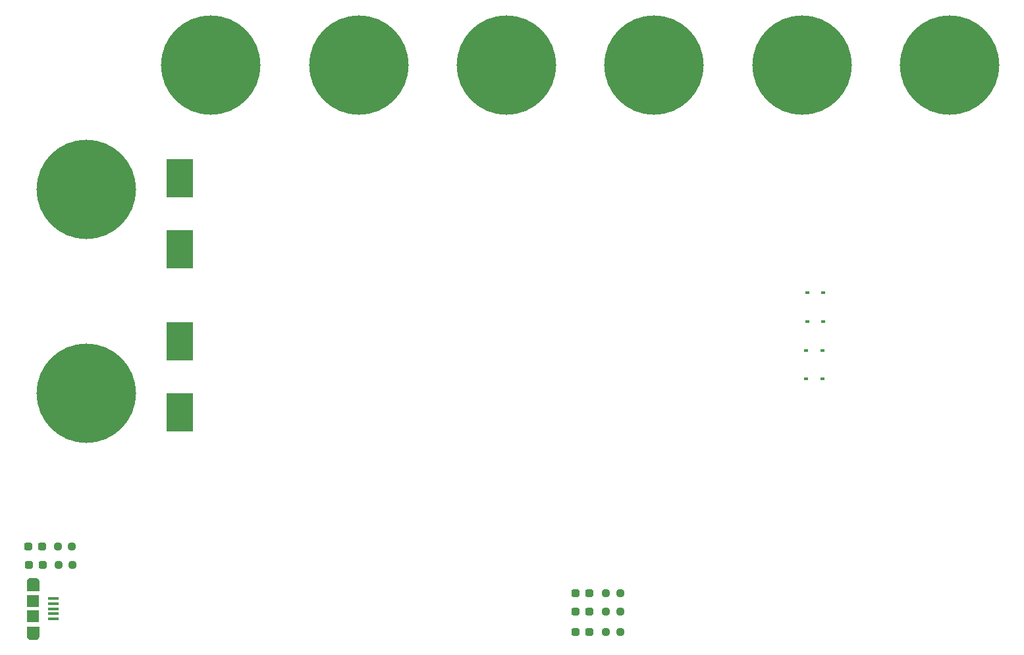
<source format=gbr>
%TF.GenerationSoftware,KiCad,Pcbnew,7.0.9-7.0.9~ubuntu22.04.1*%
%TF.CreationDate,2023-11-27T19:51:50+01:00*%
%TF.ProjectId,battery-management-system,62617474-6572-4792-9d6d-616e6167656d,rev?*%
%TF.SameCoordinates,Original*%
%TF.FileFunction,Paste,Top*%
%TF.FilePolarity,Positive*%
%FSLAX46Y46*%
G04 Gerber Fmt 4.6, Leading zero omitted, Abs format (unit mm)*
G04 Created by KiCad (PCBNEW 7.0.9-7.0.9~ubuntu22.04.1) date 2023-11-27 19:51:50*
%MOMM*%
%LPD*%
G01*
G04 APERTURE LIST*
G04 Aperture macros list*
%AMRoundRect*
0 Rectangle with rounded corners*
0 $1 Rounding radius*
0 $2 $3 $4 $5 $6 $7 $8 $9 X,Y pos of 4 corners*
0 Add a 4 corners polygon primitive as box body*
4,1,4,$2,$3,$4,$5,$6,$7,$8,$9,$2,$3,0*
0 Add four circle primitives for the rounded corners*
1,1,$1+$1,$2,$3*
1,1,$1+$1,$4,$5*
1,1,$1+$1,$6,$7*
1,1,$1+$1,$8,$9*
0 Add four rect primitives between the rounded corners*
20,1,$1+$1,$2,$3,$4,$5,0*
20,1,$1+$1,$4,$5,$6,$7,0*
20,1,$1+$1,$6,$7,$8,$9,0*
20,1,$1+$1,$8,$9,$2,$3,0*%
G04 Aperture macros list end*
%ADD10C,0.010000*%
%ADD11R,3.500000X5.000000*%
%ADD12RoundRect,0.237500X0.250000X0.237500X-0.250000X0.237500X-0.250000X-0.237500X0.250000X-0.237500X0*%
%ADD13R,0.600000X0.450000*%
%ADD14RoundRect,0.237500X-0.287500X-0.237500X0.287500X-0.237500X0.287500X0.237500X-0.287500X0.237500X0*%
%ADD15C,12.800000*%
%ADD16RoundRect,0.237500X0.287500X0.237500X-0.287500X0.237500X-0.287500X-0.237500X0.287500X-0.237500X0*%
%ADD17RoundRect,0.237500X-0.250000X-0.237500X0.250000X-0.237500X0.250000X0.237500X-0.250000X0.237500X0*%
%ADD18R,1.350000X0.400000*%
%ADD19R,1.550000X1.500000*%
G04 APERTURE END LIST*
%TO.C,J7*%
D10*
X23401000Y-96056000D02*
X23427000Y-96058000D01*
X23453000Y-96061000D01*
X23479000Y-96066000D01*
X23504000Y-96072000D01*
X23530000Y-96079000D01*
X23554000Y-96088000D01*
X23578000Y-96098000D01*
X23602000Y-96109000D01*
X23625000Y-96122000D01*
X23647000Y-96136000D01*
X23669000Y-96150000D01*
X23690000Y-96166000D01*
X23710000Y-96183000D01*
X23729000Y-96201000D01*
X23747000Y-96220000D01*
X23764000Y-96240000D01*
X23780000Y-96261000D01*
X23794000Y-96283000D01*
X23808000Y-96305000D01*
X23821000Y-96328000D01*
X23832000Y-96352000D01*
X23842000Y-96376000D01*
X23851000Y-96400000D01*
X23858000Y-96426000D01*
X23864000Y-96451000D01*
X23869000Y-96477000D01*
X23872000Y-96503000D01*
X23874000Y-96529000D01*
X23875000Y-96555000D01*
X23875000Y-97700000D01*
X22325000Y-97700000D01*
X22325000Y-96555000D01*
X22326000Y-96529000D01*
X22328000Y-96503000D01*
X22331000Y-96477000D01*
X22336000Y-96451000D01*
X22342000Y-96426000D01*
X22349000Y-96400000D01*
X22358000Y-96376000D01*
X22368000Y-96352000D01*
X22379000Y-96328000D01*
X22392000Y-96305000D01*
X22406000Y-96283000D01*
X22420000Y-96261000D01*
X22436000Y-96240000D01*
X22453000Y-96220000D01*
X22471000Y-96201000D01*
X22490000Y-96183000D01*
X22510000Y-96166000D01*
X22531000Y-96150000D01*
X22553000Y-96136000D01*
X22575000Y-96122000D01*
X22598000Y-96109000D01*
X22622000Y-96098000D01*
X22646000Y-96088000D01*
X22670000Y-96079000D01*
X22696000Y-96072000D01*
X22721000Y-96066000D01*
X22747000Y-96061000D01*
X22773000Y-96058000D01*
X22799000Y-96056000D01*
X22825000Y-96055000D01*
X23375000Y-96055000D01*
X23401000Y-96056000D01*
G36*
X23401000Y-96056000D02*
G01*
X23427000Y-96058000D01*
X23453000Y-96061000D01*
X23479000Y-96066000D01*
X23504000Y-96072000D01*
X23530000Y-96079000D01*
X23554000Y-96088000D01*
X23578000Y-96098000D01*
X23602000Y-96109000D01*
X23625000Y-96122000D01*
X23647000Y-96136000D01*
X23669000Y-96150000D01*
X23690000Y-96166000D01*
X23710000Y-96183000D01*
X23729000Y-96201000D01*
X23747000Y-96220000D01*
X23764000Y-96240000D01*
X23780000Y-96261000D01*
X23794000Y-96283000D01*
X23808000Y-96305000D01*
X23821000Y-96328000D01*
X23832000Y-96352000D01*
X23842000Y-96376000D01*
X23851000Y-96400000D01*
X23858000Y-96426000D01*
X23864000Y-96451000D01*
X23869000Y-96477000D01*
X23872000Y-96503000D01*
X23874000Y-96529000D01*
X23875000Y-96555000D01*
X23875000Y-97700000D01*
X22325000Y-97700000D01*
X22325000Y-96555000D01*
X22326000Y-96529000D01*
X22328000Y-96503000D01*
X22331000Y-96477000D01*
X22336000Y-96451000D01*
X22342000Y-96426000D01*
X22349000Y-96400000D01*
X22358000Y-96376000D01*
X22368000Y-96352000D01*
X22379000Y-96328000D01*
X22392000Y-96305000D01*
X22406000Y-96283000D01*
X22420000Y-96261000D01*
X22436000Y-96240000D01*
X22453000Y-96220000D01*
X22471000Y-96201000D01*
X22490000Y-96183000D01*
X22510000Y-96166000D01*
X22531000Y-96150000D01*
X22553000Y-96136000D01*
X22575000Y-96122000D01*
X22598000Y-96109000D01*
X22622000Y-96098000D01*
X22646000Y-96088000D01*
X22670000Y-96079000D01*
X22696000Y-96072000D01*
X22721000Y-96066000D01*
X22747000Y-96061000D01*
X22773000Y-96058000D01*
X22799000Y-96056000D01*
X22825000Y-96055000D01*
X23375000Y-96055000D01*
X23401000Y-96056000D01*
G37*
X23875000Y-103445000D02*
X23874000Y-103471000D01*
X23872000Y-103497000D01*
X23869000Y-103523000D01*
X23864000Y-103549000D01*
X23858000Y-103574000D01*
X23851000Y-103600000D01*
X23842000Y-103624000D01*
X23832000Y-103648000D01*
X23821000Y-103672000D01*
X23808000Y-103695000D01*
X23794000Y-103717000D01*
X23780000Y-103739000D01*
X23764000Y-103760000D01*
X23747000Y-103780000D01*
X23729000Y-103799000D01*
X23710000Y-103817000D01*
X23690000Y-103834000D01*
X23669000Y-103850000D01*
X23647000Y-103864000D01*
X23625000Y-103878000D01*
X23602000Y-103891000D01*
X23578000Y-103902000D01*
X23554000Y-103912000D01*
X23530000Y-103921000D01*
X23504000Y-103928000D01*
X23479000Y-103934000D01*
X23453000Y-103939000D01*
X23427000Y-103942000D01*
X23401000Y-103944000D01*
X23375000Y-103945000D01*
X22825000Y-103945000D01*
X22799000Y-103944000D01*
X22773000Y-103942000D01*
X22747000Y-103939000D01*
X22721000Y-103934000D01*
X22696000Y-103928000D01*
X22670000Y-103921000D01*
X22646000Y-103912000D01*
X22622000Y-103902000D01*
X22598000Y-103891000D01*
X22575000Y-103878000D01*
X22553000Y-103864000D01*
X22531000Y-103850000D01*
X22510000Y-103834000D01*
X22490000Y-103817000D01*
X22471000Y-103799000D01*
X22453000Y-103780000D01*
X22436000Y-103760000D01*
X22420000Y-103739000D01*
X22406000Y-103717000D01*
X22392000Y-103695000D01*
X22379000Y-103672000D01*
X22368000Y-103648000D01*
X22358000Y-103624000D01*
X22349000Y-103600000D01*
X22342000Y-103574000D01*
X22336000Y-103549000D01*
X22331000Y-103523000D01*
X22328000Y-103497000D01*
X22326000Y-103471000D01*
X22325000Y-103445000D01*
X22325000Y-102300000D01*
X23875000Y-102300000D01*
X23875000Y-103445000D01*
G36*
X23875000Y-103445000D02*
G01*
X23874000Y-103471000D01*
X23872000Y-103497000D01*
X23869000Y-103523000D01*
X23864000Y-103549000D01*
X23858000Y-103574000D01*
X23851000Y-103600000D01*
X23842000Y-103624000D01*
X23832000Y-103648000D01*
X23821000Y-103672000D01*
X23808000Y-103695000D01*
X23794000Y-103717000D01*
X23780000Y-103739000D01*
X23764000Y-103760000D01*
X23747000Y-103780000D01*
X23729000Y-103799000D01*
X23710000Y-103817000D01*
X23690000Y-103834000D01*
X23669000Y-103850000D01*
X23647000Y-103864000D01*
X23625000Y-103878000D01*
X23602000Y-103891000D01*
X23578000Y-103902000D01*
X23554000Y-103912000D01*
X23530000Y-103921000D01*
X23504000Y-103928000D01*
X23479000Y-103934000D01*
X23453000Y-103939000D01*
X23427000Y-103942000D01*
X23401000Y-103944000D01*
X23375000Y-103945000D01*
X22825000Y-103945000D01*
X22799000Y-103944000D01*
X22773000Y-103942000D01*
X22747000Y-103939000D01*
X22721000Y-103934000D01*
X22696000Y-103928000D01*
X22670000Y-103921000D01*
X22646000Y-103912000D01*
X22622000Y-103902000D01*
X22598000Y-103891000D01*
X22575000Y-103878000D01*
X22553000Y-103864000D01*
X22531000Y-103850000D01*
X22510000Y-103834000D01*
X22490000Y-103817000D01*
X22471000Y-103799000D01*
X22453000Y-103780000D01*
X22436000Y-103760000D01*
X22420000Y-103739000D01*
X22406000Y-103717000D01*
X22392000Y-103695000D01*
X22379000Y-103672000D01*
X22368000Y-103648000D01*
X22358000Y-103624000D01*
X22349000Y-103600000D01*
X22342000Y-103574000D01*
X22336000Y-103549000D01*
X22331000Y-103523000D01*
X22328000Y-103497000D01*
X22326000Y-103471000D01*
X22325000Y-103445000D01*
X22325000Y-102300000D01*
X23875000Y-102300000D01*
X23875000Y-103445000D01*
G37*
%TD*%
D11*
%TO.C,F1*%
X42010200Y-44538000D03*
X42010200Y-53707400D03*
%TD*%
D12*
%TO.C,R19*%
X28212500Y-94400000D03*
X26387500Y-94400000D03*
%TD*%
D13*
%TO.C,D17*%
X122650000Y-63000000D03*
X124750000Y-63000000D03*
%TD*%
D14*
%TO.C,D7*%
X22625000Y-94400000D03*
X24375000Y-94400000D03*
%TD*%
D15*
%TO.C,J5*%
X122000000Y-30000000D03*
%TD*%
D14*
%TO.C,D6*%
X22550000Y-92000000D03*
X24300000Y-92000000D03*
%TD*%
D11*
%TO.C,F2*%
X42010200Y-65538000D03*
X42010200Y-74707400D03*
%TD*%
D13*
%TO.C,D18*%
X122550000Y-66800000D03*
X124650000Y-66800000D03*
%TD*%
D15*
%TO.C,J1*%
X46000000Y-30000000D03*
%TD*%
%TO.C,J10*%
X30000000Y-72300000D03*
%TD*%
D13*
%TO.C,D19*%
X122550000Y-70400000D03*
X124650000Y-70400000D03*
%TD*%
D16*
%TO.C,D10*%
X94675000Y-97960000D03*
X92925000Y-97960000D03*
%TD*%
D17*
%TO.C,R32*%
X96787500Y-97960000D03*
X98612500Y-97960000D03*
%TD*%
D15*
%TO.C,J6*%
X30000000Y-46000000D03*
%TD*%
D12*
%TO.C,R18*%
X28137500Y-92000000D03*
X26312500Y-92000000D03*
%TD*%
D15*
%TO.C,J3*%
X84000000Y-30000000D03*
%TD*%
D17*
%TO.C,R34*%
X96787500Y-102960000D03*
X98612500Y-102960000D03*
%TD*%
D16*
%TO.C,D11*%
X94675000Y-100360000D03*
X92925000Y-100360000D03*
%TD*%
D15*
%TO.C,J2*%
X65000000Y-30000000D03*
%TD*%
D13*
%TO.C,D16*%
X122650000Y-59300000D03*
X124750000Y-59300000D03*
%TD*%
D17*
%TO.C,R33*%
X96787500Y-100360000D03*
X98612500Y-100360000D03*
%TD*%
D16*
%TO.C,D12*%
X94675000Y-102960000D03*
X92925000Y-102960000D03*
%TD*%
D18*
%TO.C,J7*%
X25775000Y-98700000D03*
X25775000Y-99350000D03*
X25775000Y-100000000D03*
X25775000Y-100650000D03*
X25775000Y-101300000D03*
D19*
X23100000Y-99000000D03*
X23100000Y-101000000D03*
%TD*%
D15*
%TO.C,J8*%
X141000000Y-30000000D03*
%TD*%
%TO.C,J4*%
X103000000Y-30000000D03*
%TD*%
M02*

</source>
